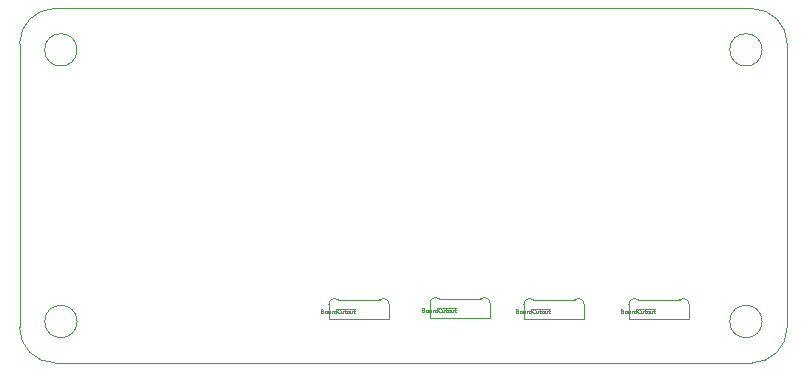
<source format=gbr>
G04 #@! TF.GenerationSoftware,KiCad,Pcbnew,5.1.6-c6e7f7d~87~ubuntu18.04.1*
G04 #@! TF.CreationDate,2020-07-17T19:47:34-05:00*
G04 #@! TF.ProjectId,relojBin,72656c6f-6a42-4696-9e2e-6b696361645f,1.0.8*
G04 #@! TF.SameCoordinates,Original*
G04 #@! TF.FileFunction,Profile,NP*
%FSLAX46Y46*%
G04 Gerber Fmt 4.6, Leading zero omitted, Abs format (unit mm)*
G04 Created by KiCad (PCBNEW 5.1.6-c6e7f7d~87~ubuntu18.04.1) date 2020-07-17 19:47:34*
%MOMM*%
%LPD*%
G01*
G04 APERTURE LIST*
G04 #@! TA.AperFunction,Profile*
%ADD10C,0.050000*%
G04 #@! TD*
G04 #@! TA.AperFunction,Profile*
%ADD11C,0.010000*%
G04 #@! TD*
%ADD12C,0.015000*%
G04 APERTURE END LIST*
D10*
X112870328Y-75500000D02*
G75*
G03*
X112870328Y-75500000I-1370328J0D01*
G01*
X112870328Y-52500000D02*
G75*
G03*
X112870328Y-52500000I-1370328J0D01*
G01*
X54870328Y-75500000D02*
G75*
G03*
X54870328Y-75500000I-1370328J0D01*
G01*
X54870328Y-52500000D02*
G75*
G03*
X54870328Y-52500000I-1370328J0D01*
G01*
X112000000Y-49000000D02*
G75*
G02*
X115000000Y-52000000I0J-3000000D01*
G01*
X115000000Y-76000000D02*
G75*
G02*
X112000000Y-79000000I-3000000J0D01*
G01*
X53000000Y-79000000D02*
G75*
G02*
X50000000Y-76000000I0J3000000D01*
G01*
X50000000Y-52000000D02*
G75*
G02*
X53000000Y-49000000I3000000J0D01*
G01*
X50000000Y-76000000D02*
X50000000Y-52000000D01*
X112000000Y-79000000D02*
X53000000Y-79000000D01*
X115000000Y-52000000D02*
X115000000Y-76000000D01*
X53000000Y-49000000D02*
X112000000Y-49000000D01*
D11*
X105890000Y-73659999D02*
G75*
G02*
X106690000Y-74050000I300050J-400026D01*
G01*
X102390000Y-73659999D02*
G75*
G03*
X101590000Y-74050000I-300050J-400026D01*
G01*
X101590000Y-75310000D02*
X106690000Y-75310000D01*
X106690000Y-75310000D02*
X106690000Y-74050000D01*
X105890000Y-73660000D02*
X102390000Y-73660000D01*
X101590000Y-74050000D02*
X101590000Y-75310000D01*
X89045000Y-73574999D02*
G75*
G02*
X89845000Y-73965000I300050J-400026D01*
G01*
X85545000Y-73574999D02*
G75*
G03*
X84745000Y-73965000I-300050J-400026D01*
G01*
X84745000Y-75225000D02*
X89845000Y-75225000D01*
X89845000Y-75225000D02*
X89845000Y-73965000D01*
X89045000Y-73575000D02*
X85545000Y-73575000D01*
X84745000Y-73965000D02*
X84745000Y-75225000D01*
X97000000Y-73659999D02*
G75*
G02*
X97800000Y-74050000I300050J-400026D01*
G01*
X93500000Y-73659999D02*
G75*
G03*
X92700000Y-74050000I-300050J-400026D01*
G01*
X92700000Y-75310000D02*
X97800000Y-75310000D01*
X97800000Y-75310000D02*
X97800000Y-74050000D01*
X97000000Y-73660000D02*
X93500000Y-73660000D01*
X92700000Y-74050000D02*
X92700000Y-75310000D01*
X80490000Y-73659999D02*
G75*
G02*
X81290000Y-74050000I300050J-400026D01*
G01*
X76990000Y-73659999D02*
G75*
G03*
X76190000Y-74050000I-300050J-400026D01*
G01*
X76190000Y-75310000D02*
X81290000Y-75310000D01*
X81290000Y-75310000D02*
X81290000Y-74050000D01*
X80490000Y-73660000D02*
X76990000Y-73660000D01*
X76190000Y-74050000D02*
X76190000Y-75310000D01*
D12*
X101052380Y-74637142D02*
X101098095Y-74652380D01*
X101113333Y-74667619D01*
X101128571Y-74698095D01*
X101128571Y-74743809D01*
X101113333Y-74774285D01*
X101098095Y-74789523D01*
X101067619Y-74804761D01*
X100945714Y-74804761D01*
X100945714Y-74484761D01*
X101052380Y-74484761D01*
X101082857Y-74500000D01*
X101098095Y-74515238D01*
X101113333Y-74545714D01*
X101113333Y-74576190D01*
X101098095Y-74606666D01*
X101082857Y-74621904D01*
X101052380Y-74637142D01*
X100945714Y-74637142D01*
X101311428Y-74804761D02*
X101280952Y-74789523D01*
X101265714Y-74774285D01*
X101250476Y-74743809D01*
X101250476Y-74652380D01*
X101265714Y-74621904D01*
X101280952Y-74606666D01*
X101311428Y-74591428D01*
X101357142Y-74591428D01*
X101387619Y-74606666D01*
X101402857Y-74621904D01*
X101418095Y-74652380D01*
X101418095Y-74743809D01*
X101402857Y-74774285D01*
X101387619Y-74789523D01*
X101357142Y-74804761D01*
X101311428Y-74804761D01*
X101692380Y-74804761D02*
X101692380Y-74637142D01*
X101677142Y-74606666D01*
X101646666Y-74591428D01*
X101585714Y-74591428D01*
X101555238Y-74606666D01*
X101692380Y-74789523D02*
X101661904Y-74804761D01*
X101585714Y-74804761D01*
X101555238Y-74789523D01*
X101540000Y-74759047D01*
X101540000Y-74728571D01*
X101555238Y-74698095D01*
X101585714Y-74682857D01*
X101661904Y-74682857D01*
X101692380Y-74667619D01*
X101844761Y-74804761D02*
X101844761Y-74591428D01*
X101844761Y-74652380D02*
X101860000Y-74621904D01*
X101875238Y-74606666D01*
X101905714Y-74591428D01*
X101936190Y-74591428D01*
X102180000Y-74804761D02*
X102180000Y-74484761D01*
X102180000Y-74789523D02*
X102149523Y-74804761D01*
X102088571Y-74804761D01*
X102058095Y-74789523D01*
X102042857Y-74774285D01*
X102027619Y-74743809D01*
X102027619Y-74652380D01*
X102042857Y-74621904D01*
X102058095Y-74606666D01*
X102088571Y-74591428D01*
X102149523Y-74591428D01*
X102180000Y-74606666D01*
X102256190Y-74410100D02*
X102576190Y-74410100D01*
X102515238Y-74774285D02*
X102500000Y-74789523D01*
X102454285Y-74804761D01*
X102423809Y-74804761D01*
X102378095Y-74789523D01*
X102347619Y-74759047D01*
X102332380Y-74728571D01*
X102317142Y-74667619D01*
X102317142Y-74621904D01*
X102332380Y-74560952D01*
X102347619Y-74530476D01*
X102378095Y-74500000D01*
X102423809Y-74484761D01*
X102454285Y-74484761D01*
X102500000Y-74500000D01*
X102515238Y-74515238D01*
X102576190Y-74410100D02*
X102865714Y-74410100D01*
X102789523Y-74591428D02*
X102789523Y-74804761D01*
X102652380Y-74591428D02*
X102652380Y-74759047D01*
X102667619Y-74789523D01*
X102698095Y-74804761D01*
X102743809Y-74804761D01*
X102774285Y-74789523D01*
X102789523Y-74774285D01*
X102865714Y-74410100D02*
X103048571Y-74410100D01*
X102896190Y-74591428D02*
X103018095Y-74591428D01*
X102941904Y-74484761D02*
X102941904Y-74759047D01*
X102957142Y-74789523D01*
X102987619Y-74804761D01*
X103018095Y-74804761D01*
X103048571Y-74410100D02*
X103338095Y-74410100D01*
X103170476Y-74804761D02*
X103140000Y-74789523D01*
X103124761Y-74774285D01*
X103109523Y-74743809D01*
X103109523Y-74652380D01*
X103124761Y-74621904D01*
X103140000Y-74606666D01*
X103170476Y-74591428D01*
X103216190Y-74591428D01*
X103246666Y-74606666D01*
X103261904Y-74621904D01*
X103277142Y-74652380D01*
X103277142Y-74743809D01*
X103261904Y-74774285D01*
X103246666Y-74789523D01*
X103216190Y-74804761D01*
X103170476Y-74804761D01*
X103338095Y-74410100D02*
X103627619Y-74410100D01*
X103551428Y-74591428D02*
X103551428Y-74804761D01*
X103414285Y-74591428D02*
X103414285Y-74759047D01*
X103429523Y-74789523D01*
X103460000Y-74804761D01*
X103505714Y-74804761D01*
X103536190Y-74789523D01*
X103551428Y-74774285D01*
X103627619Y-74410100D02*
X103810476Y-74410100D01*
X103658095Y-74591428D02*
X103780000Y-74591428D01*
X103703809Y-74484761D02*
X103703809Y-74759047D01*
X103719047Y-74789523D01*
X103749523Y-74804761D01*
X103780000Y-74804761D01*
X84207380Y-74552142D02*
X84253095Y-74567380D01*
X84268333Y-74582619D01*
X84283571Y-74613095D01*
X84283571Y-74658809D01*
X84268333Y-74689285D01*
X84253095Y-74704523D01*
X84222619Y-74719761D01*
X84100714Y-74719761D01*
X84100714Y-74399761D01*
X84207380Y-74399761D01*
X84237857Y-74415000D01*
X84253095Y-74430238D01*
X84268333Y-74460714D01*
X84268333Y-74491190D01*
X84253095Y-74521666D01*
X84237857Y-74536904D01*
X84207380Y-74552142D01*
X84100714Y-74552142D01*
X84466428Y-74719761D02*
X84435952Y-74704523D01*
X84420714Y-74689285D01*
X84405476Y-74658809D01*
X84405476Y-74567380D01*
X84420714Y-74536904D01*
X84435952Y-74521666D01*
X84466428Y-74506428D01*
X84512142Y-74506428D01*
X84542619Y-74521666D01*
X84557857Y-74536904D01*
X84573095Y-74567380D01*
X84573095Y-74658809D01*
X84557857Y-74689285D01*
X84542619Y-74704523D01*
X84512142Y-74719761D01*
X84466428Y-74719761D01*
X84847380Y-74719761D02*
X84847380Y-74552142D01*
X84832142Y-74521666D01*
X84801666Y-74506428D01*
X84740714Y-74506428D01*
X84710238Y-74521666D01*
X84847380Y-74704523D02*
X84816904Y-74719761D01*
X84740714Y-74719761D01*
X84710238Y-74704523D01*
X84695000Y-74674047D01*
X84695000Y-74643571D01*
X84710238Y-74613095D01*
X84740714Y-74597857D01*
X84816904Y-74597857D01*
X84847380Y-74582619D01*
X84999761Y-74719761D02*
X84999761Y-74506428D01*
X84999761Y-74567380D02*
X85015000Y-74536904D01*
X85030238Y-74521666D01*
X85060714Y-74506428D01*
X85091190Y-74506428D01*
X85335000Y-74719761D02*
X85335000Y-74399761D01*
X85335000Y-74704523D02*
X85304523Y-74719761D01*
X85243571Y-74719761D01*
X85213095Y-74704523D01*
X85197857Y-74689285D01*
X85182619Y-74658809D01*
X85182619Y-74567380D01*
X85197857Y-74536904D01*
X85213095Y-74521666D01*
X85243571Y-74506428D01*
X85304523Y-74506428D01*
X85335000Y-74521666D01*
X85411190Y-74325100D02*
X85731190Y-74325100D01*
X85670238Y-74689285D02*
X85655000Y-74704523D01*
X85609285Y-74719761D01*
X85578809Y-74719761D01*
X85533095Y-74704523D01*
X85502619Y-74674047D01*
X85487380Y-74643571D01*
X85472142Y-74582619D01*
X85472142Y-74536904D01*
X85487380Y-74475952D01*
X85502619Y-74445476D01*
X85533095Y-74415000D01*
X85578809Y-74399761D01*
X85609285Y-74399761D01*
X85655000Y-74415000D01*
X85670238Y-74430238D01*
X85731190Y-74325100D02*
X86020714Y-74325100D01*
X85944523Y-74506428D02*
X85944523Y-74719761D01*
X85807380Y-74506428D02*
X85807380Y-74674047D01*
X85822619Y-74704523D01*
X85853095Y-74719761D01*
X85898809Y-74719761D01*
X85929285Y-74704523D01*
X85944523Y-74689285D01*
X86020714Y-74325100D02*
X86203571Y-74325100D01*
X86051190Y-74506428D02*
X86173095Y-74506428D01*
X86096904Y-74399761D02*
X86096904Y-74674047D01*
X86112142Y-74704523D01*
X86142619Y-74719761D01*
X86173095Y-74719761D01*
X86203571Y-74325100D02*
X86493095Y-74325100D01*
X86325476Y-74719761D02*
X86295000Y-74704523D01*
X86279761Y-74689285D01*
X86264523Y-74658809D01*
X86264523Y-74567380D01*
X86279761Y-74536904D01*
X86295000Y-74521666D01*
X86325476Y-74506428D01*
X86371190Y-74506428D01*
X86401666Y-74521666D01*
X86416904Y-74536904D01*
X86432142Y-74567380D01*
X86432142Y-74658809D01*
X86416904Y-74689285D01*
X86401666Y-74704523D01*
X86371190Y-74719761D01*
X86325476Y-74719761D01*
X86493095Y-74325100D02*
X86782619Y-74325100D01*
X86706428Y-74506428D02*
X86706428Y-74719761D01*
X86569285Y-74506428D02*
X86569285Y-74674047D01*
X86584523Y-74704523D01*
X86615000Y-74719761D01*
X86660714Y-74719761D01*
X86691190Y-74704523D01*
X86706428Y-74689285D01*
X86782619Y-74325100D02*
X86965476Y-74325100D01*
X86813095Y-74506428D02*
X86935000Y-74506428D01*
X86858809Y-74399761D02*
X86858809Y-74674047D01*
X86874047Y-74704523D01*
X86904523Y-74719761D01*
X86935000Y-74719761D01*
X92162380Y-74637142D02*
X92208095Y-74652380D01*
X92223333Y-74667619D01*
X92238571Y-74698095D01*
X92238571Y-74743809D01*
X92223333Y-74774285D01*
X92208095Y-74789523D01*
X92177619Y-74804761D01*
X92055714Y-74804761D01*
X92055714Y-74484761D01*
X92162380Y-74484761D01*
X92192857Y-74500000D01*
X92208095Y-74515238D01*
X92223333Y-74545714D01*
X92223333Y-74576190D01*
X92208095Y-74606666D01*
X92192857Y-74621904D01*
X92162380Y-74637142D01*
X92055714Y-74637142D01*
X92421428Y-74804761D02*
X92390952Y-74789523D01*
X92375714Y-74774285D01*
X92360476Y-74743809D01*
X92360476Y-74652380D01*
X92375714Y-74621904D01*
X92390952Y-74606666D01*
X92421428Y-74591428D01*
X92467142Y-74591428D01*
X92497619Y-74606666D01*
X92512857Y-74621904D01*
X92528095Y-74652380D01*
X92528095Y-74743809D01*
X92512857Y-74774285D01*
X92497619Y-74789523D01*
X92467142Y-74804761D01*
X92421428Y-74804761D01*
X92802380Y-74804761D02*
X92802380Y-74637142D01*
X92787142Y-74606666D01*
X92756666Y-74591428D01*
X92695714Y-74591428D01*
X92665238Y-74606666D01*
X92802380Y-74789523D02*
X92771904Y-74804761D01*
X92695714Y-74804761D01*
X92665238Y-74789523D01*
X92650000Y-74759047D01*
X92650000Y-74728571D01*
X92665238Y-74698095D01*
X92695714Y-74682857D01*
X92771904Y-74682857D01*
X92802380Y-74667619D01*
X92954761Y-74804761D02*
X92954761Y-74591428D01*
X92954761Y-74652380D02*
X92970000Y-74621904D01*
X92985238Y-74606666D01*
X93015714Y-74591428D01*
X93046190Y-74591428D01*
X93290000Y-74804761D02*
X93290000Y-74484761D01*
X93290000Y-74789523D02*
X93259523Y-74804761D01*
X93198571Y-74804761D01*
X93168095Y-74789523D01*
X93152857Y-74774285D01*
X93137619Y-74743809D01*
X93137619Y-74652380D01*
X93152857Y-74621904D01*
X93168095Y-74606666D01*
X93198571Y-74591428D01*
X93259523Y-74591428D01*
X93290000Y-74606666D01*
X93366190Y-74410100D02*
X93686190Y-74410100D01*
X93625238Y-74774285D02*
X93610000Y-74789523D01*
X93564285Y-74804761D01*
X93533809Y-74804761D01*
X93488095Y-74789523D01*
X93457619Y-74759047D01*
X93442380Y-74728571D01*
X93427142Y-74667619D01*
X93427142Y-74621904D01*
X93442380Y-74560952D01*
X93457619Y-74530476D01*
X93488095Y-74500000D01*
X93533809Y-74484761D01*
X93564285Y-74484761D01*
X93610000Y-74500000D01*
X93625238Y-74515238D01*
X93686190Y-74410100D02*
X93975714Y-74410100D01*
X93899523Y-74591428D02*
X93899523Y-74804761D01*
X93762380Y-74591428D02*
X93762380Y-74759047D01*
X93777619Y-74789523D01*
X93808095Y-74804761D01*
X93853809Y-74804761D01*
X93884285Y-74789523D01*
X93899523Y-74774285D01*
X93975714Y-74410100D02*
X94158571Y-74410100D01*
X94006190Y-74591428D02*
X94128095Y-74591428D01*
X94051904Y-74484761D02*
X94051904Y-74759047D01*
X94067142Y-74789523D01*
X94097619Y-74804761D01*
X94128095Y-74804761D01*
X94158571Y-74410100D02*
X94448095Y-74410100D01*
X94280476Y-74804761D02*
X94250000Y-74789523D01*
X94234761Y-74774285D01*
X94219523Y-74743809D01*
X94219523Y-74652380D01*
X94234761Y-74621904D01*
X94250000Y-74606666D01*
X94280476Y-74591428D01*
X94326190Y-74591428D01*
X94356666Y-74606666D01*
X94371904Y-74621904D01*
X94387142Y-74652380D01*
X94387142Y-74743809D01*
X94371904Y-74774285D01*
X94356666Y-74789523D01*
X94326190Y-74804761D01*
X94280476Y-74804761D01*
X94448095Y-74410100D02*
X94737619Y-74410100D01*
X94661428Y-74591428D02*
X94661428Y-74804761D01*
X94524285Y-74591428D02*
X94524285Y-74759047D01*
X94539523Y-74789523D01*
X94570000Y-74804761D01*
X94615714Y-74804761D01*
X94646190Y-74789523D01*
X94661428Y-74774285D01*
X94737619Y-74410100D02*
X94920476Y-74410100D01*
X94768095Y-74591428D02*
X94890000Y-74591428D01*
X94813809Y-74484761D02*
X94813809Y-74759047D01*
X94829047Y-74789523D01*
X94859523Y-74804761D01*
X94890000Y-74804761D01*
X75652380Y-74637142D02*
X75698095Y-74652380D01*
X75713333Y-74667619D01*
X75728571Y-74698095D01*
X75728571Y-74743809D01*
X75713333Y-74774285D01*
X75698095Y-74789523D01*
X75667619Y-74804761D01*
X75545714Y-74804761D01*
X75545714Y-74484761D01*
X75652380Y-74484761D01*
X75682857Y-74500000D01*
X75698095Y-74515238D01*
X75713333Y-74545714D01*
X75713333Y-74576190D01*
X75698095Y-74606666D01*
X75682857Y-74621904D01*
X75652380Y-74637142D01*
X75545714Y-74637142D01*
X75911428Y-74804761D02*
X75880952Y-74789523D01*
X75865714Y-74774285D01*
X75850476Y-74743809D01*
X75850476Y-74652380D01*
X75865714Y-74621904D01*
X75880952Y-74606666D01*
X75911428Y-74591428D01*
X75957142Y-74591428D01*
X75987619Y-74606666D01*
X76002857Y-74621904D01*
X76018095Y-74652380D01*
X76018095Y-74743809D01*
X76002857Y-74774285D01*
X75987619Y-74789523D01*
X75957142Y-74804761D01*
X75911428Y-74804761D01*
X76292380Y-74804761D02*
X76292380Y-74637142D01*
X76277142Y-74606666D01*
X76246666Y-74591428D01*
X76185714Y-74591428D01*
X76155238Y-74606666D01*
X76292380Y-74789523D02*
X76261904Y-74804761D01*
X76185714Y-74804761D01*
X76155238Y-74789523D01*
X76140000Y-74759047D01*
X76140000Y-74728571D01*
X76155238Y-74698095D01*
X76185714Y-74682857D01*
X76261904Y-74682857D01*
X76292380Y-74667619D01*
X76444761Y-74804761D02*
X76444761Y-74591428D01*
X76444761Y-74652380D02*
X76460000Y-74621904D01*
X76475238Y-74606666D01*
X76505714Y-74591428D01*
X76536190Y-74591428D01*
X76780000Y-74804761D02*
X76780000Y-74484761D01*
X76780000Y-74789523D02*
X76749523Y-74804761D01*
X76688571Y-74804761D01*
X76658095Y-74789523D01*
X76642857Y-74774285D01*
X76627619Y-74743809D01*
X76627619Y-74652380D01*
X76642857Y-74621904D01*
X76658095Y-74606666D01*
X76688571Y-74591428D01*
X76749523Y-74591428D01*
X76780000Y-74606666D01*
X76856190Y-74410100D02*
X77176190Y-74410100D01*
X77115238Y-74774285D02*
X77100000Y-74789523D01*
X77054285Y-74804761D01*
X77023809Y-74804761D01*
X76978095Y-74789523D01*
X76947619Y-74759047D01*
X76932380Y-74728571D01*
X76917142Y-74667619D01*
X76917142Y-74621904D01*
X76932380Y-74560952D01*
X76947619Y-74530476D01*
X76978095Y-74500000D01*
X77023809Y-74484761D01*
X77054285Y-74484761D01*
X77100000Y-74500000D01*
X77115238Y-74515238D01*
X77176190Y-74410100D02*
X77465714Y-74410100D01*
X77389523Y-74591428D02*
X77389523Y-74804761D01*
X77252380Y-74591428D02*
X77252380Y-74759047D01*
X77267619Y-74789523D01*
X77298095Y-74804761D01*
X77343809Y-74804761D01*
X77374285Y-74789523D01*
X77389523Y-74774285D01*
X77465714Y-74410100D02*
X77648571Y-74410100D01*
X77496190Y-74591428D02*
X77618095Y-74591428D01*
X77541904Y-74484761D02*
X77541904Y-74759047D01*
X77557142Y-74789523D01*
X77587619Y-74804761D01*
X77618095Y-74804761D01*
X77648571Y-74410100D02*
X77938095Y-74410100D01*
X77770476Y-74804761D02*
X77740000Y-74789523D01*
X77724761Y-74774285D01*
X77709523Y-74743809D01*
X77709523Y-74652380D01*
X77724761Y-74621904D01*
X77740000Y-74606666D01*
X77770476Y-74591428D01*
X77816190Y-74591428D01*
X77846666Y-74606666D01*
X77861904Y-74621904D01*
X77877142Y-74652380D01*
X77877142Y-74743809D01*
X77861904Y-74774285D01*
X77846666Y-74789523D01*
X77816190Y-74804761D01*
X77770476Y-74804761D01*
X77938095Y-74410100D02*
X78227619Y-74410100D01*
X78151428Y-74591428D02*
X78151428Y-74804761D01*
X78014285Y-74591428D02*
X78014285Y-74759047D01*
X78029523Y-74789523D01*
X78060000Y-74804761D01*
X78105714Y-74804761D01*
X78136190Y-74789523D01*
X78151428Y-74774285D01*
X78227619Y-74410100D02*
X78410476Y-74410100D01*
X78258095Y-74591428D02*
X78380000Y-74591428D01*
X78303809Y-74484761D02*
X78303809Y-74759047D01*
X78319047Y-74789523D01*
X78349523Y-74804761D01*
X78380000Y-74804761D01*
M02*

</source>
